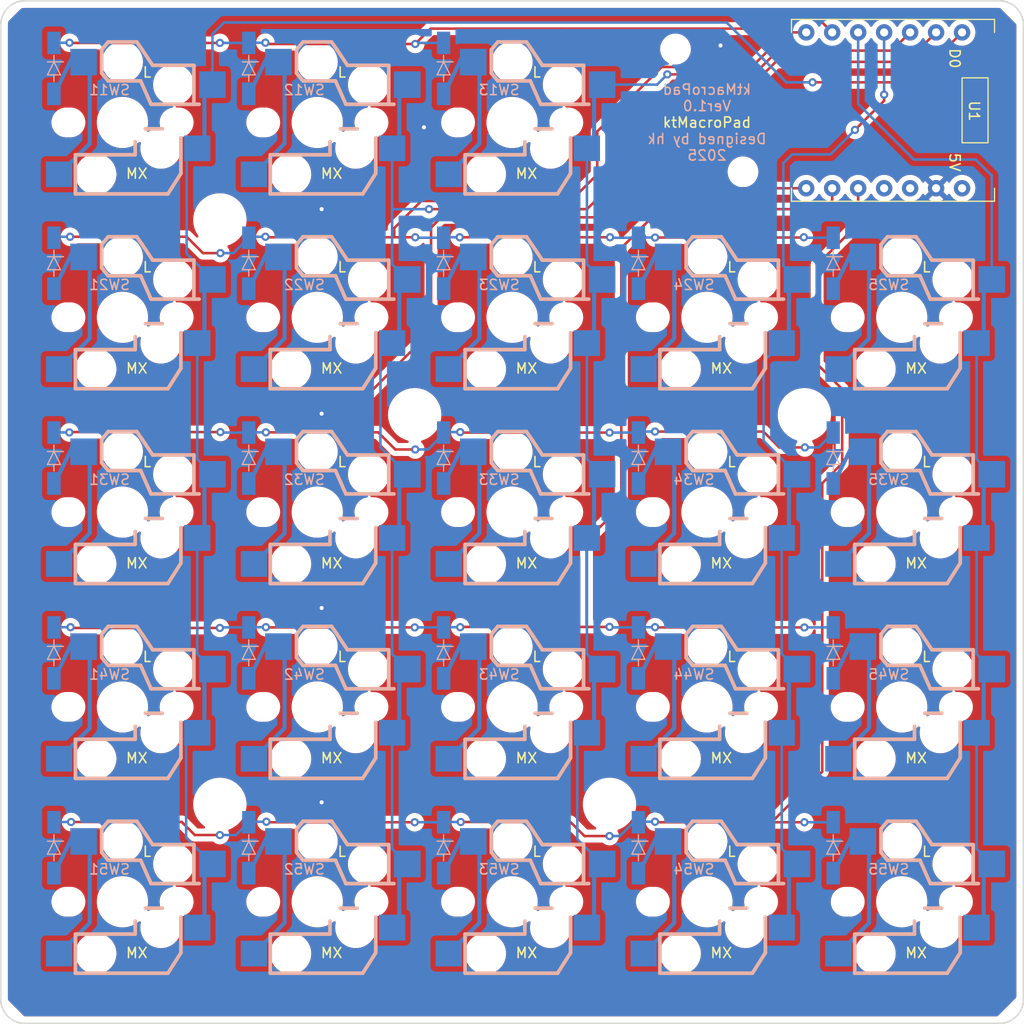
<source format=kicad_pcb>
(kicad_pcb (version 20211014) (generator pcbnew)
  (layers (0 "F.Cu" signal) (31 "B.Cu" signal) (34 "B.Paste" user) (35 "F.Paste" user) (36 "B.SilkS" user "B.Silkscreen") (37 "F.SilkS" user "F.Silkscreen") (38 "B.Mask" user) (39 "F.Mask" user) (44 "Edge.Cuts" user))
  (net 0 "")
  (net 1 "Net-(D11-Pad1)")
  (net 2 "Net-(D11-Pad2)")
  (net 3 "Net-(D12-Pad1)")
  (net 4 "Net-(D13-Pad1)")
  (net 5 "Net-(D21-Pad1)")
  (net 6 "Net-(D21-Pad2)")
  (net 7 "Net-(D22-Pad1)")
  (net 8 "Net-(D23-Pad1)")
  (net 9 "Net-(D24-Pad1)")
  (net 10 "Net-(D25-Pad1)")
  (net 11 "Net-(D31-Pad1)")
  (net 12 "Net-(D31-Pad2)")
  (net 13 "Net-(D32-Pad1)")
  (net 14 "Net-(D33-Pad1)")
  (net 15 "Net-(D34-Pad1)")
  (net 16 "Net-(D35-Pad1)")
  (net 17 "Net-(D41-Pad1)")
  (net 18 "Net-(D41-Pad2)")
  (net 19 "Net-(D42-Pad1)")
  (net 20 "Net-(D43-Pad1)")
  (net 21 "Net-(D44-Pad1)")
  (net 22 "Net-(D45-Pad1)")
  (net 23 "Net-(SW11-Pad2)")
  (net 24 "Net-(SW12-Pad2)")
  (net 25 "Net-(SW13-Pad2)")
  (net 28 "unconnected-(U1-Pad12)")
  (net 29 "Net-(D51-Pad1)")
  (net 30 "Net-(D51-Pad2)")
  (net 31 "Net-(D52-Pad1)")
  (net 32 "Net-(D53-Pad1)")
  (net 33 "Net-(D54-Pad1)")
  (net 34 "Net-(D55-Pad1)")
  (net 35 "Net-(SW24-Pad2)")
  (net 36 "Net-(SW25-Pad2)")
  (footprint "ktMacroPad:Hole_2P0" (layer "F.Cu") (at 79.725 23.875)
    (fp_text reference "REF**")
    (fp_text value "Hole_2P0")
  )
  (footprint "ktMacroPad:DI" (layer "F.Cu") (at 95.25 76.2)
    (fp_text reference "D45" hide)
    (fp_text value "DIODE")
  )
  (footprint "ktMacroPad:MX_Choc_Socket" (layer "F.Cu") (at 95.25 38.1)
    (fp_text reference "SW25")
    (fp_text value "SW_Push")
  )
  (footprint "ktMacroPad:DI" (layer "F.Cu") (at 38.1 38.1)
    (fp_text reference "D22" hide)
    (fp_text value "DIODE")
  )
  (footprint "ktMacroPad:DI" (layer "F.Cu") (at 57.15 76.2)
    (fp_text reference "D43" hide)
    (fp_text value "DIODE")
  )
  (footprint "ktMacroPad:DI" (layer "F.Cu") (at 38.1 95.25)
    (fp_text reference "D52" hide)
    (fp_text value "DIODE")
  )
  (footprint "ktMacroPad:MX_Choc_Socket" (layer "F.Cu") (at 57.15 38.1)
    (fp_text reference "SW23")
    (fp_text value "SW_Push")
  )
  (footprint "ktMacroPad:DI" (layer "F.Cu") (at 76.2 76.2)
    (fp_text reference "D44" hide)
    (fp_text value "DIODE")
  )
  (footprint "ktMacroPad:Hole_4P2" (layer "F.Cu") (at 47.625 47.625)
    (fp_text reference "REF**")
    (fp_text value "Hole_4P2")
  )
  (footprint "ktMacroPad:Hole_4P2" (layer "F.Cu") (at 28.575 85.725)
    (fp_text reference "REF**")
    (fp_text value "Hole_4P2")
  )
  (footprint "ktMacroPad:Hole_4P2" (layer "F.Cu") (at 85.725 47.625)
    (fp_text reference "REF**")
    (fp_text value "Hole_4P2")
  )
  (footprint "ktMacroPad:DI" (layer "F.Cu") (at 38.1 57.15)
    (fp_text reference "D32" hide)
    (fp_text value "DIODE")
  )
  (footprint "ktMacroPad:DI" (layer "F.Cu") (at 19.05 38.1)
    (fp_text reference "D21" hide)
    (fp_text value "DIODE")
  )
  (footprint "ktMacroPad:MX_Choc_Socket" (layer "F.Cu") (at 19.05 57.15)
    (fp_text reference "SW31")
    (fp_text value "SW_Push")
  )
  (footprint "ktMacroPad:MX_Choc_Socket" (layer "F.Cu") (at 19.05 76.2)
    (fp_text reference "SW41")
    (fp_text value "SW_Push")
  )
  (footprint "ktMacroPad:MX_Choc_Socket" (layer "F.Cu") (at 19.05 95.25)
    (fp_text reference "SW51")
    (fp_text value "SW_Push")
  )
  (footprint "ktMacroPad:MX_Choc_Socket" (layer "F.Cu") (at 19.05 19.05)
    (fp_text reference "SW11")
    (fp_text value "SW_Push")
  )
  (footprint "ktMacroPad:Hole_4P2" (layer "F.Cu") (at 28.575 28.575)
    (fp_text reference "REF**")
    (fp_text value "Hole_4P2")
  )
  (footprint "ktMacroPad:DI" (layer "F.Cu") (at 19.05 19.05)
    (fp_text reference "D11" hide)
    (fp_text value "DIODE")
  )
  (footprint "ktMacroPad:DI" (layer "F.Cu") (at 95.25 38.1)
    (fp_text reference "D25" hide)
    (fp_text value "DIODE")
  )
  (footprint "ktMacroPad:DI" (layer "F.Cu") (at 38.1 76.2)
    (fp_text reference "D42" hide)
    (fp_text value "DIODE")
  )
  (footprint "ktMacroPad:MX_Choc_Socket" (layer "F.Cu") (at 76.2 95.25)
    (fp_text reference "SW54")
    (fp_text value "SW_Push")
  )
  (footprint "ktMacroPad:Hole_4P2" (layer "F.Cu") (at 66.675 85.725)
    (fp_text reference "REF**")
    (fp_text value "Hole_4P2")
  )
  (footprint "ktMacroPad:MX_Choc_Socket" (layer "F.Cu") (at 57.15 95.25)
    (fp_text reference "SW53")
    (fp_text value "SW_Push")
  )
  (footprint "ktMacroPad:MX_Choc_Socket" (layer "F.Cu") (at 95.25 57.15)
    (fp_text reference "SW35")
    (fp_text value "SW_Push")
  )
  (footprint "ktMacroPad:Seeed xiao" (layer "F.Cu") (at 85.1825 17.8625 -90)
    (fp_text reference "U1")
    (fp_text value "SAMD21")
  )
  (footprint "ktMacroPad:MX_Choc_Socket" (layer "F.Cu") (at 38.1 19.05)
    (fp_text reference "SW12")
    (fp_text value "SW_Push")
  )
  (footprint "ktMacroPad:DI" (layer "F.Cu") (at 95.25 95.25)
    (fp_text reference "D55" hide)
    (fp_text value "DIODE")
  )
  (footprint "ktMacroPad:DI" (layer "F.Cu") (at 57.15 95.25)
    (fp_text reference "D53" hide)
    (fp_text value "DIODE")
  )
  (footprint "ktMacroPad:MX_Choc_Socket" (layer "F.Cu") (at 19.05 38.1)
    (fp_text reference "SW21")
    (fp_text value "SW_Push")
  )
  (footprint "ktMacroPad:MX_Choc_Socket" (layer "F.Cu") (at 38.1 76.2)
    (fp_text reference "SW42")
    (fp_text value "SW_Push")
  )
  (footprint "ktMacroPad:DI" (layer "F.Cu") (at 19.05 76.2)
    (fp_text reference "D41" hide)
    (fp_text value "DIODE")
  )
  (footprint "ktMacroPad:MX_Choc_Socket" (layer "F.Cu") (at 38.1 57.15)
    (fp_text reference "SW32")
    (fp_text value "SW_Push")
  )
  (footprint "ktMacroPad:DI" (layer "F.Cu") (at 57.15 38.1)
    (fp_text reference "D23" hide)
    (fp_text value "DIODE")
  )
  (footprint "ktMacroPad:MX_Choc_Socket" (layer "F.Cu") (at 57.15 19.05)
    (fp_text reference "SW13")
    (fp_text value "SW_Push")
  )
  (footprint "ktMacroPad:MX_Choc_Socket" (layer "F.Cu") (at 57.15 57.15)
    (fp_text reference "SW33")
    (fp_text value "SW_Push")
  )
  (footprint "ktMacroPad:MX_Choc_Socket" (layer "F.Cu") (at 76.2 38.1)
    (fp_text reference "SW24")
    (fp_text value "SW_Push")
  )
  (footprint "ktMacroPad:DI" (layer "F.Cu") (at 57.15 19.05)
    (fp_text reference "D13" hide)
    (fp_text value "DIODE")
  )
  (footprint "ktMacroPad:DI" (layer "F.Cu") (at 38.1 19.05)
    (fp_text reference "D12" hide)
    (fp_text value "DIODE")
  )
  (footprint "ktMacroPad:DI" (layer "F.Cu") (at 19.05 57.15)
    (fp_text reference "D31" hide)
    (fp_text value "DIODE")
  )
  (footprint "ktMacroPad:MX_Choc_Socket" (layer "F.Cu") (at 95.25 95.25)
    (fp_text reference "SW55")
    (fp_text value "SW_Push")
  )
  (footprint "ktMacroPad:DI" (layer "F.Cu") (at 57.15 57.15)
    (fp_text reference "D33" hide)
    (fp_text value "DIODE")
  )
  (footprint "ktMacroPad:MX_Choc_Socket" (layer "F.Cu") (at 38.1 38.1)
    (fp_text reference "SW22")
    (fp_text value "SW_Push")
  )
  (footprint "ktMacroPad:MX_Choc_Socket" (layer "F.Cu") (at 76.2 76.2)
    (fp_text reference "SW44")
    (fp_text value "SW_Push")
  )
  (footprint "ktMacroPad:DI" (layer "F.Cu") (at 76.2 38.1)
    (fp_text reference "D24" hide)
    (fp_text value "DIODE")
  )
  (footprint "ktMacroPad:MX_Choc_Socket" (layer "F.Cu") (at 57.15 76.2)
    (fp_text reference "SW43")
    (fp_text value "SW_Push")
  )
  (footprint "ktMacroPad:MX_Choc_Socket" (layer "F.Cu") (at 38.1 95.25)
    (fp_text reference "SW52")
    (fp_text value "SW_Push")
  )
  (footprint "ktMacroPad:DI" (layer "F.Cu") (at 19.05 95.25)
    (fp_text reference "D51" hide)
    (fp_text value "DIODE")
  )
  (footprint "ktMacroPad:DI" (layer "F.Cu") (at 76.2 95.25)
    (fp_text reference "D54" hide)
    (fp_text value "DIODE")
  )
  (footprint "ktMacroPad:DI" (layer "F.Cu") (at 95.25 57.15)
    (fp_text reference "D35" hide)
    (fp_text value "DIODE")
  )
  (footprint "ktMacroPad:MX_Choc_Socket" (layer "F.Cu") (at 76.2 57.15)
    (fp_text reference "SW34")
    (fp_text value "SW_Push")
  )
  (footprint "ktMacroPad:MX_Choc_Socket" (layer "F.Cu") (at 95.25 76.2)
    (fp_text reference "SW45")
    (fp_text value "SW_Push")
  )
  (footprint "ktMacroPad:DI" (layer "F.Cu") (at 76.2 57.15)
    (fp_text reference "D34" hide)
    (fp_text value "DIODE")
  )
  (footprint "ktMacroPad:Hole_2P0" (layer "F.Cu") (at 73.125 11.875)
    (fp_text reference "REF**")
    (fp_text value "Hole_2P0")
  )
  (gr_arc (start 107.15 104.775) (mid 106.454379 106.454379) (end 104.775 107.15) (layer "Edge.Cuts") (width 0.15))
  (gr_arc (start 104.775 7.15) (mid 106.454379 7.845621) (end 107.15 9.525) (layer "Edge.Cuts") (width 0.15))
  (gr_line (start 107.15 104.775) (end 107.15 9.525) (layer "Edge.Cuts") (width 0.15))
  (gr_line (start 7.15 9.525) (end 7.15 104.775) (layer "Edge.Cuts") (width 0.15))
  (gr_arc (start 9.525 107.15) (mid 7.845621 106.454379) (end 7.15 104.775) (layer "Edge.Cuts") (width 0.15))
  (gr_line (start 104.775 7.15) (end 9.525 7.15) (layer "Edge.Cuts") (width 0.15))
  (gr_arc (start 7.15 9.525) (mid 7.845621 7.845621) (end 9.525 7.15) (layer "Edge.Cuts") (width 0.15))
  (gr_line (start 9.525 107.15) (end 104.775 107.15) (layer "Edge.Cuts") (width 0.15))
  (gr_text "ktMacroPad\nVer1.0\n\nDesigned by hk\n2025" (at 76.2 19.05) (layer "B.SilkS") (effects (font (size 1 1)) (justify mirror)))
  (gr_text "ktMacroPad" (at 76.2 19.05) (layer "F.SilkS") (effects (font (size 1 1))))
  (segment (start 13.891927 11.275) (end 13.872461 11.255534) (width 0.25) (layer "F.Cu") (net 2))
  (segment (start 45.375 11.375) (end 33.149502 11.375) (width 0.25) (layer "F.Cu") (net 2))
  (segment (start 47.675 11.375) (end 43.725 11.375) (width 0.25) (layer "F.Cu") (net 2))
  (segment (start 82.075 8.825) (end 81.025 9.875) (width 0.25) (layer "F.Cu") (net 2))
  (segment (start 87.0275 8.825) (end 82.075 8.825) (width 0.25) (layer "F.Cu") (net 2))
  (segment (start 33.149502 11.375) (end 33.025 11.250498) (width 0.25) (layer "F.Cu") (net 2))
  (segment (start 47.675 11.375) (end 49.175 9.875) (width 0.25) (layer "F.Cu") (net 2))
  (segment (start 43.725 11.375) (end 45.375 11.375) (width 0.25) (layer "F.Cu") (net 2))
  (segment (start 28.575 11.275) (end 13.891927 11.275) (width 0.25) (layer "F.Cu") (net 2))
  (segment (start 88.445 10.2425) (end 87.0275 8.825) (width 0.25) (layer "F.Cu") (net 2))
  (segment (start 81.025 9.875) (end 62.025 9.875) (width 0.25) (layer "F.Cu") (net 2))
  (segment (start 49.175 9.875) (end 62.025 9.875) (width 0.25) (layer "F.Cu") (net 2))
  (via (at 47.675 11.375) (size 0.8) (drill 0.4) (layers "F.Cu" "B.Cu") (net 2))
  (via (at 13.872461 11.255534) (size 0.8) (drill 0.4) (layers "F.Cu" "B.Cu") (net 2))
  (via (at 28.575 11.275) (size 0.8) (drill 0.4) (layers "F.Cu" "B.Cu") (net 2))
  (via (at 33.025 11.250498) (size 0.8) (drill 0.4) (layers "F.Cu" "B.Cu") (net 2))
  (segment (start 31.421102 11.250498) (end 31.4 11.2716) (width 0.25) (layer "B.Cu") (net 2))
  (segment (start 12.366066 11.255534) (end 12.35 11.2716) (width 0.25) (layer "B.Cu") (net 2))
  (segment (start 47.7784 11.2716) (end 47.675 11.375) (width 0.25) (layer "B.Cu") (net 2))
  (segment (start 31.4 11.2716) (end 28.5784 11.2716) (width 0.25) (layer "B.Cu") (net 2))
  (segment (start 13.872461 11.255534) (end 12.366066 11.255534) (width 0.25) (layer "B.Cu") (net 2))
  (segment (start 33.025 11.250498) (end 31.421102 11.250498) (width 0.25) (layer "B.Cu") (net 2))
  (segment (start 28.5784 11.2716) (end 28.575 11.275) (width 0.25) (layer "B.Cu") (net 2))
  (segment (start 50.45 11.2716) (end 47.7784 11.2716) (width 0.25) (layer "B.Cu") (net 2))
  (segment (start 26.925 31.825) (end 26.075 30.975) (width 0.25) (layer "F.Cu") (net 6))
  (segment (start 83.100498 30.300498) (end 71.125 30.300498) (width 0.25) (layer "F.Cu") (net 6))
  (segment (start 83.9575 10.2425) (end 80.575 13.625) (width 0.25) (layer "F.Cu") (net 6))
  (segment (start 45.625 30.275) (end 33.075 30.275) (width 0.25) (layer "F.Cu") (net 6))
  (segment (start 28.625 31.825) (end 26.925 31.825) (width 0.25) (layer "F.Cu") (net 6))
  (segment (start 66.725 30.275) (end 65.475 30.275) (width 0.25) (layer "F.Cu") (net 6))
  (segment (start 48.275 26.725) (end 45.625 29.375) (width 0.25) (layer "F.Cu") (net 6))
  (segment (start 65.475 24.125) (end 62.875 26.725) (width 0.25) (layer "F.Cu") (net 6))
  (segment (start 47.675 30.275) (end 45.625 30.275) (width 0.25) (layer "F.Cu") (net 6))
  (segment (start 71.775 13.625) (end 65.475 19.925) (width 0.25) (layer "F.Cu") (net 6))
  (segment (start 85.649502 30.300498) (end 83.100498 30.300498) (width 0.25) (layer "F.Cu") (net 6))
  (segment (start 85.905 10.2425) (end 83.9575 10.2425) (width 0.25) (layer "F.Cu") (net 6))
  (segment (start 65.475 30.275) (end 52.025 30.275) (width 0.25) (layer "F.Cu") (net 6))
  (segment (start 65.475 19.925) (end 65.475 24.125) (width 0.25) (layer "F.Cu") (net 6))
  (segment (start 85.675 30.275) (end 85.649502 30.300498) (width 0.25) (layer "F.Cu") (net 6))
  (segment (start 45.625 29.375) (end 45.625 30.275) (width 0.25) (layer "F.Cu") (net 6))
  (segment (start 25.325 30.225) (end 13.925 30.225) (width 0.25) (layer "F.Cu") (net 6))
  (segment (start 80.575 13.625) (end 71.775 13.625) (width 0.25) (layer "F.Cu") (net 6))
  (segment (start 26.075 30.975) (end 25.325 30.225) (width 0.25) (layer "F.Cu") (net 6))
  (segment (start 33.075 30.275) (end 33.025 30.225) (width 0.25) (layer "F.Cu") (net 6))
  (segment (start 62.875 26.725) (end 48.275 26.725) (width 0.25) (layer "F.Cu") (net 6))
  (via (at 47.675 30.275) (size 0.8) (drill 0.4) (layers "F.Cu" "B.Cu") (net 6))
  (via (at 85.675 30.275) (size 0.8) (drill 0.4) (layers "F.Cu" "B.Cu") (net 6))
  (via (at 66.725 30.275) (size 0.8) (drill 0.4) (layers "F.Cu" "B.Cu") (net 6))
  (via (at 33.025 30.225) (size 0.8) (drill 0.4) (layers "F.Cu" "B.Cu") (net 6))
  (via (at 13.925 30.225) (size 0.8) (drill 0.4) (layers "F.Cu" "B.Cu") (net 6))
  (via (at 71.125 30.300498) (size 0.8) (drill 0.4) (layers "F.Cu" "B.Cu") (net 6))
  (via (at 28.625 31.825) (size 0.8) (drill 0.4) (layers "F.Cu" "B.Cu") (net 6))
  (via (at 52.025 30.275) (size 0.8) (drill 0.4) (layers "F.Cu" "B.Cu") (net 6))
  (segment (start 66.7716 30.3216) (end 66.725 30.275) (width 0.25) (layer "B.Cu") (net 6))
  (segment (start 69.5 30.3216) (end 66.7716 30.3216) (width 0.25) (layer "B.Cu") (net 6))
  (segment (start 13.925 30.225) (end 12.4466 30.225) (width 0.25) (layer "B.Cu") (net 6))
  (segment (start 33.025 30.225) (end 31.4966 30.225) (width 0.25) (layer "B.Cu") (net 6))
  (segment (start 85.7216 30.3216) (end 85.675 30.275) (width 0.25) (layer "B.Cu") (net 6))
  (segment (start 88.55 30.3216) (end 85.7216 30.3216) (width 0.25) (layer "B.Cu") (net 6))
  (segment (start 47.7216 30.3216) (end 47.675 30.275) (width 0.25) (layer "B.Cu") (net 6))
  (segment (start 31.4966 30.225) (end 31.4 30.3216) (width 0.25) (layer "B.Cu") (net 6))
  (segment (start 31.4 30.3216) (end 29.8966 31.825) (width 0.25) (layer "B.Cu") (net 6))
  (segment (start 50.4966 30.275) (end 50.45 30.3216) (width 0.25) (layer "B.Cu") (net 6))
  (segment (start 29.8966 31.825) (end 28.625 31.825) (width 0.25) (layer "B.Cu") (net 6))
  (segment (start 69.521102 30.300498) (end 69.5 30.3216) (width 0.25) (layer "B.Cu") (net 6))
  (segment (start 71.125 30.300498) (end 69.521102 30.300498) (width 0.25) (layer "B.Cu") (net 6))
  (segment (start 12.4466 30.225) (end 12.35 30.3216) (width 0.25) (layer "B.Cu") (net 6))
  (segment (start 52.025 30.275) (end 50.4966 30.275) (width 0.25) (layer "B.Cu") (net 6))
  (segment (start 50.45 30.3216) (end 47.7216 30.3216) (width 0.25) (layer "B.Cu") (net 6))
  (segment (start 44.050498 49.350498) (end 41.999502 49.350498) (width 0.25) (layer "F.Cu") (net 12))
  (segment (start 81.725 49.275) (end 71.125 49.275) (width 0.25) (layer "F.Cu") (net 12))
  (segment (start 42.075 46.625) (end 42.075 48.125996) (width 0.25) (layer "F.Cu") (net 12))
  (segment (start 47.675 51.025) (end 45.725 51.025) (width 0.25) (layer "F.Cu") (net 12))
  (segment (start 82.025 49.575) (end 81.725 49.275) (width 0.25) (layer "F.Cu") (net 12))
  (segment (start 65.275 49.375) (end 52.125 49.375) (width 0.25) (layer "F.Cu") (net 12))
  (segment (start 44.775 50.075) (end 44.050498 49.350498) (width 0.25) (layer "F.Cu") (net 12))
  (segment (start 49.225 39.475) (end 42.075 46.625) (width 0.25) (layer "F.Cu") (net 12))
  (segment (start 85.775 50.825) (end 83.275 50.825) (width 0.25) (layer "F.Cu") (net 12))
  (segment (start 65.74 28.325) (end 68.5825 25.4825) (width 0.25) (layer "F.Cu") (net 12))
  (segment (start 28.625 49.325) (end 13.889335 49.325) (width 0.25) (layer "F.Cu") (net 12))
  (segment (start 83.275 50.825) (end 82.025 49.575) (width 0.25) (layer "F.Cu") (net 12))
  (segment (start 49.225 29.325) (end 50.225 28.325) (width 0.25) (layer "F.Cu") (net 12))
  (segment (start 68.5825 25.4825) (end 85.905 25.4825) (width 0.25) (layer "F.Cu") (net 12))
  (segment (start 66.675 49.375) (end 65.275 49.375) (width 0.25) (layer "F.Cu") (net 12))
  (segment (start 49.225 39.475) (end 49.225 29.325) (width 0.25) (layer "F.Cu") (net 12))
  (segment (start 50.225 28.325) (end 65.74 28.325) (width 0.25) (layer "F.Cu") (net 12))
  (segment (start 45.725 51.025) (end 44.775 50.075) (width 0.25) (layer "F.Cu") (net 12))
  (segment (start 41.999502 49.350498) (end 40.850498 49.350498) (width 0.25) (layer "F.Cu") (net 12))
  (segment (start 40.850498 49.350498) (end 33.075 49.350498) (width 0.25) (layer "F.Cu") (net 12))
  (segment (start 13.889335 49.325) (end 13.8565 49.357835) (width 0.25) (layer "F.Cu") (net 12))
  (segment (start 52.125 49.375) (end 52.075 49.325) (width 0.25) (layer "F.Cu") (net 12))
  (segment (start 42.075 49.275) (end 41.999502 49.350498) (width 0.25) (layer "F.Cu") (net 12))
  (segment (start 42.075 48.125996) (end 42.075 49.275) (width 0.25) (layer "F.Cu") (net 12))
  (via (at 28.625 49.325) (size 0.8) (drill 0.4) (layers "F.Cu" "B.Cu") (net 12))
  (via (at 66.675 49.375) (size 0.8) (drill 0.4) (layers "F.Cu" "B.Cu") (net 12))
  (via (at 52.075 49.325) (size 0.8) (drill 0.4) (layers "F.Cu" "B.Cu") (net 12))
  (via (at 13.8565 49.357835) (size 0.8) (drill 0.4) (layers "F.Cu" "B.Cu") (net 12))
  (via (at 33.075 49.350498) (size 0.8) (drill 0.4) (layers "F.Cu" "B.Cu") (net 12))
  (via (at 47.675 51.025) (size 0.8) (drill 0.4) (layers "F.Cu" "B.Cu") (net 12))
  (via (at 71.125 49.275) (size 0.8) (drill 0.4) (layers "F.Cu" "B.Cu") (net 12))
  (via (at 85.775 50.825) (size 0.8) (drill 0.4) (layers "F.Cu" "B.Cu") (net 12))
  (segment (start 66.6784 49.3716) (end 66.675 49.375) (width 0.25) (layer "B.Cu") (net 12))
  (segment (start 69.5 49.3716) (end 66.6784 49.3716) (width 0.25) (layer "B.Cu") (net 12))
  (segment (start 88.55 49.3716) (end 88.55 49.4) (width 0.25) (layer "B.Cu") (net 12))
  (segment (start 50.4966 49.325) (end 50.45 49.3716) (width 0.25) (layer "B.Cu") (net 12))
  (segment (start 71.125 49.275) (end 69.5966 49.275) (width 0.25) (layer "B.Cu") (net 12))
  (segment (start 31.4 49.3716) (end 28.6716 49.3716) (width 0.25) (layer "B.Cu") (net 12))
  (segment (start 49.075 50.875) (end 48.925 51.025) (width 0.25) (layer "B.Cu") (net 12))
  (segment (start 13.8565 49.357835) (end 12.363765 49.357835) (width 0.25) (layer "B.Cu") (net 12))
  (segment (start 69.5966 49.275) (end 69.5 49.3716) (width 0.25) (layer "B.Cu") (net 12))
  (segment (start 28.6716 49.3716) (end 28.625 49.325) (width 0.25) (layer "B.Cu") (net 12))
  (segment (start 50.45 49.3716) (end 50.45 49.5) (width 0.25) (layer "B.Cu") (net 12))
  (segment (start 87.125 50.825) (end 85.775 50.825) (width 0.25) (layer "B.Cu") (net 12))
  (segment (start 50.45 49.5) (end 49.075 50.875) (width 0.25) (layer "B.Cu") (net 12))
  (segment (start 31.421102 49.350498) (end 31.4 49.3716) (width 0.25) (layer "B.Cu") (net 12))
  (segment (start 87.275 50.675) (end 87.125 50.825) (width 0.25) (layer "B.Cu") (net 12))
  (segment (start 12.363765 49.357835) (end 12.35 49.3716) (width 0.25) (layer "B.Cu") (net 12))
  (segment (start 48.925 51.025) (end 47.675 51.025) (width 0.25) (layer "B.Cu") (net 12))
  (segment (start 52.075 49.325) (end 50.4966 49.325) (width 0.25) (layer "B.Cu") (net 12))
  (segment (start 88.55 49.4) (end 87.275 50.675) (width 0.25) (layer "B.Cu") (net 12))
  (segment (start 33.075 49.350498) (end 31.421102 49.350498) (width 0.25) (layer "B.Cu") (net 12))
  (segment (start 87.705 27.405) (end 87.585 27.525) (width 0.25) (layer "F.Cu") (net 18))
  (segment (start 71.149502 68.425) (end 71.125 68.400498) (width 0.25) (layer "F.Cu") (net 18))
  (segment (start 64.425 59.925) (end 64.425 68.375) (width 0.25) (layer "F.Cu") (net 18))
  (segment (start 64.425 68.375) (end 52.100498 68.375) (width 0.25) (layer "F.Cu") (net 18))
  (segment (start 88.445 26.665) (end 87.705 27.405) (width 0.25) (layer "F.Cu") (net 18))
  (segment (start 66.675 68.375) (end 64.425 68.375) (width 0.25) (layer "F.Cu") (net 18))
  (segment (start 52.100498 68.375) (end 52.075 68.400498) (width 0.25) (layer "F.Cu") (net 18))
  (segment (start 71.625 27.525) (end 67.825 31.325) (width 0.25) (layer "F.Cu") (net 18))
  (segment (start 88.445 25.4825) (end 88.445 26.665) (width 0.25) (layer "F.Cu") (net 18))
  (segment (start 28.575 68.475) (end 14.049502 68.475) (width 0.25) (layer "F.Cu") (net 18))
  (segment (start 85.725 68.425) (end 71.149502 68.425) (width 0.25) (layer "F.Cu") (net 18))
  (segment (start 47.625 68.425) (end 33.099502 68.425) (width 0.25) (layer "F.Cu") (net 18))
  (segment (start 33.099502 68.425) (end 33.075 68.400498) (width 0.25) (layer "F.Cu") (net 18))
  (segment (start 67.825 56.525) (end 64.425 59.925) (width 0.25) (layer "F.Cu") (net 18))
  (segment (start 14.049502 68.475) (end 13.975 68.400498) (width 0.25) (layer "F.Cu") (net 18))
  (segment (start 67.825 31.325) (end 67.825 56.525) (width 0.25) (layer "F.Cu") (net 18))
  (segment (start 87.585 27.525) (end 71.625 27.525) (width 0.25) (layer "F.Cu") (net 18))
  (via (at 85.725 68.425) (size 0.8) (drill 0.4) (layers "F.Cu" "B.Cu") (net 18))
  (via (at 33.075 68.400498) (size 0.8) (drill 0.4) (layers "F.Cu" "B.Cu") (net 18))
  (via (at 71.125 68.400498) (size 0.8) (drill 0.4) (layers "F.Cu" "B.Cu") (net 18))
  (via (at 28.575 68.475) (size 0.8) (drill 0.4) (layers "F.Cu" "B.Cu") (net 18))
  (via (at 66.675 68.375) (size 0.8) (drill 0.4) (layers "F.Cu" "B.Cu") (net 18))
  (via (at 47.625 68.425) (size 0.8) (drill 0.4) (layers "F.Cu" "B.Cu") (net 18))
  (via (at 52.075 68.400498) (size 0.8) (drill 0.4) (layers "F.Cu" "B.Cu") (net 18))
  (via (at 13.975 68.400498) (size 0.8) (drill 0.4) (layers "F.Cu" "B.Cu") (net 18))
  (segment (start 31.4 68.4216) (end 28.6284 68.4216) (width 0.25) (layer "B.Cu") (net 18))
  (segment (start 71.125 68.400498) (end 69.521102 68.400498) (width 0.25) (layer "B.Cu") (net 18))
  (segment (start 85.7284 68.4216) (end 85.725 68.425) (width 0.25) (layer "B.Cu") (net 18))
  (segment (start 50.471102 68.400498) (end 50.45 68.4216) (width 0.25) (layer "B.Cu") (net 18))
  (segment (start 52.075 68.400498) (end 50.471102 68.400498) (width 0.25) (layer "B.Cu") (net 18))
  (segment (start 33.075 68.400498) (end 31.421102 68.400498) (width 0.25) (layer "B.Cu") (net 18))
  (segment (start 50.45 68.4216) (end 47.6284 68.4216) (width 0.25) (layer "B.Cu") (net 18))
  (segment (start 28.6284 68.4216) (end 28.575 68.475) (width 0.25) (layer "B.Cu") (net 18))
  (segment (start 13.975 68.400498) (end 12.371102 68.400498) (width 0.25) (layer "B.Cu") (net 18))
  (segment (start 69.521102 68.400498) (end 69.5 68.4216) (width 0.25) (layer "B.Cu") (net 18))
  (segment (start 31.421102 68.400498) (end 31.4 68.4216) (width 0.25) (layer "B.Cu") (net 18))
  (segment (start 66.7216 68.4216) (end 66.675 68.375) (width 0.25) (layer "B.Cu") (net 18))
  (segment (start 88.55 68.4216) (end 85.7284 68.4216) (width 0.25) (layer "B.Cu") (net 18))
  (segment (start 69.5 68.4216) (end 66.7216 68.4216) (width 0.25) (layer "B.Cu") (net 18))
  (segment (start 47.6284 68.4216) (end 47.625 68.425) (width 0.25) (layer "B.Cu") (net 18))
  (segment (start 12.371102 68.400498) (end 12.35 68.4216) (width 0.25) (layer "B.Cu") (net 18))
  (segment (start 93.925 15.125) (end 86.525 15.125) (width 0.25) (layer "F.Cu") (net 23))
  (segment (start 96.2625 15.125) (end 93.925 15.125) (width 0.25) (layer "F.Cu") (net 23))
  (segment (start 101.145 10.2425) (end 96.2625 15.125) (width 0.25) (layer "F.Cu") (net 23))
  (via (at 86.525 15.125) (size 0.8) (drill 0.4) (layers "F.Cu" "B.Cu") (net 23))
  (segment (start 26.3652 59.675) (end 26.3652 71.0152) (width 0.25) (layer "B.Cu") (net 23))
  (segment (start 25.275 88.975) (end 27.85 91.55) (width 0.25) (layer "B.Cu") (net 23))
  (segment (start 28.975 9.275) (end 78.125 9.275) (width 0.25) (layer "B.Cu") (net 23))
  (segment (start 26.3652 51.9652) (end 27.85 53.45) (width 0.25) (layer "B.Cu") (net 23))
  (segment (start 26.3652 40.625) (end 26.3652 51.9652) (width 0.25) (layer "B.Cu") (net 23))
  (segment (start 86.525 15.125) (end 83.975 15.125) (width 0.25) (layer "B.Cu") (net 23))
  (segment (start 25.325 22.6152) (end 25.325 31.875) (width 0.25) (layer "B.Cu") (net 23))
  (segment (start 25.275 79.8152) (end 25.275 88.975) (width 0.25) (layer "B.Cu") (net 23))
  (segment (start 78.125 9.275) (end 83.975 15.125) (width 0.25) (layer "B.Cu") (net 23))
  (segment (start 26.3652 78.725) (end 25.275 79.8152) (width 0.25) (layer "B.Cu") (net 23))
  (segment (start 26.3652 21.575) (end 25.325 22.6152) (width 0.25) (layer "B.Cu") (net 23))
  (segment (start 27.85 10.45) (end 27.825 10.425) (width 0.25) (layer "B.Cu") (net 23))
  (segment (start 26.3652 71.0152) (end 27.85 72.5) (width 0.25) (layer "B.Cu") (net 23))
  (segment (start 27.825 10.425) (end 28.975 9.275) (width 0.25) (layer "B.Cu") (net 23))
  (segment (start 25.325 31.875) (end 27.85 34.4) (width 0.25) (layer "B.Cu") (net 23))
  (segment (start 27.85 15.35) (end 27.85 10.45) (width 0.25) (layer "B.Cu") (net 23))
  (segment (start 49.025 27.525) (end 64.475 27.525) (width 0.25) (layer "F.Cu") (net 24))
  (segment (start 64.475 27.525) (end 66.625 25.375) (width 0.25) (layer "F.Cu") (net 24))
  (segment (start 72.875 14.975) (end 81.075 14.975) (width 0.25) (layer "F.Cu") (net 24))
  (segment (start 82.925 13.125) (end 95.7225 13.125) (width 0.25) (layer "F.Cu") (net 24))
  (segment (start 95.7225 13.125) (end 98.605 10.2425) (width 0.25) (layer "F.Cu") (net 24))
  (segment (start 81.075 14.975) (end 82.925 13.125) (width 0.25) (layer "F.Cu") (net 24))
  (segment (start 66.625 21.225) (end 72.875 14.975) (width 0.25) (layer "F.Cu") (net 24))
  (segment (start 66.625 25.375) (end 66.625 21.225) (width 0.25) (layer "F.Cu") (net 24))
  (via (at 49.025 27.525) (size 0.8) (drill 0.4) (layers "F.Cu" "B.Cu") (net 24))
  (segment (start 44.275 41.7652) (end 44.275 50.825) (width 0.25) (layer "B.Cu") (net 24))
  (segment (start 45.4152 78.725) (end 45.4152 90.0652) (width 0.25) (layer "B.Cu") (net 24))
  (segment (start 45.4152 21.575) (end 45.4152 27.6848) (width 0.25) (layer "B.Cu") (net 24))
  (segment (start 49.025 27.525) (end 45.575 27.525) (width 0.25) (layer "B.Cu") (net 24))
  (segment (start 45.4152 90.0652) (end 46.9 91.55) (width 0.25) (layer "B.Cu") (net 24))
  (segment (start 45.575 27.525) (end 45.4152 27.6848) (width 0.25) (layer "B.Cu") (net 24))
  (segment (start 45.4152 32.9152) (end 46.9 34.4) (width 0.25) (layer "B.Cu") (net 24))
  (segment (start 45.4152 71.0152) (end 46.9 72.5) (width 0.25) (layer "B.Cu") (net 24))
  (segment (start 45.4152 59.675) (end 45.4152 71.0152) (width 0.25) (layer "B.Cu") (net 24))
  (segment (start 45.4152 27.6848) (end 45.4152 32.9152) (width 0.25) (layer "B.Cu") (net 24))
  (segment (start 45.4152 40.625) (end 44.275 41.7652) (width 0.25) (layer "B.Cu") (net 24))
  (segment (start 44.275 50.825) (end 46.9 53.45) (width 0.25) (layer "B.Cu") (net 24))
  (segment (start 80.875 14.275) (end 80.8005 14.3495) (width 0.25) (layer "F.Cu") (net 25))
  (segment (start 80.8005 14.3495) (end 72.325 14.3495) (width 0.25) (layer "F.Cu") (net 25))
  (segment (start 94.2825 12.025) (end 93.625 12.025) (width 0.25) (layer "F.Cu") (net 25))
  (segment (start 96.065 10.2425) (end 94.2825 12.025) (width 0.25) (layer "F.Cu") (net 25))
  (segment (start 93.625 12.025) (end 83.125 12.025) (width 0.25) (layer "F.Cu") (net 25))
  (segment (start 83.125 12.025) (end 80.875 14.275) (width 0.25) (layer "F.Cu") (net 25))
  (via (at 72.325 14.3495) (size 0.8) (drill 0.4) (layers "F.Cu" "B.Cu") (net 25))
  (segment (start 64.4652 78.725) (end 63.525 79.6652) (width 0.25) (layer "B.Cu") (net 25))
  (segment (start 63.525 79.6652) (end 63.525 89.125) (width 0.25) (layer "B.Cu") (net 25))
  (segment (start 64.4652 71.0152) (end 65.95 72.5) (width 0.25) (layer "B.Cu") (net 25))
  (segment (start 72.325 14.3495) (end 71.3245 15.35) (width 0.25) (layer "B.Cu") (net 25))
  (segment (start 64.4652 21.575) (end 64.4652 32.9152) (width 0.25) (layer "B.Cu") (net 25))
  (segment (start 64.4652 32.9152) (end 65.95 34.4) (width 0.25) (layer "B.Cu") (net 25))
  (segment (start 63.525 89.125) (end 65.95 91.55) (width 0.25) (layer "B.Cu") (net 25))
  (segment (start 64.4652 40.625) (end 64.4652 51.9652) (width 0.25) (layer "B.Cu") (net 25))
  (segment (start 64.4652 59.675) (end 64.4652 71.0152) (width 0.25) (layer "B.Cu") (net 25))
  (segment (start 71.3245 15.35) (end 65.95 15.35) (width 0.25) (layer "B.Cu") (net 25))
  (segment (start 64.4652 51.9652) (end 65.95 53.45) (width 0.25) (layer "B.Cu") (net 25))
  (via (at 38.525 27.525) (size 0.8) (drill 0.4) (layers "F.Cu" "B.Cu") (net 28))
  (via (at 38.525 85.525) (size 0.8) (drill 0.4) (layers "F.Cu" "B.Cu") (net 28))
  (via (at 38.525 47.525) (size 0.8) (drill 0.4) (layers "F.Cu" "B.Cu") (net 28))
  (via (at 38.525 66.525) (size 0.8) (drill 0.4) (layers "F.Cu" "B.Cu") (net 28))
  (via (at 77.525 11.525) (size 0.8) (drill 0.4) (layers "F.Cu" "B.Cu") (net 28))
  (via (at 48.525 19.525) (size 0.8) (drill 0.4) (layers "F.Cu" "B.Cu") (net 28))
  (segment (start 85.725 87.475) (end 82.525 87.475) (width 0.25) (layer "F.Cu") (net 30))
  (segment (start 86.975 32.975) (end 86.975 42.675) (width 0.25) (layer "F.Cu") (net 30))
  (segment (start 24.975 87.575) (end 24.850498 87.450498) (width 0.25) (layer "F.Cu") (net 30))
  (segment (start 62.850498 87.450498) (end 52.125 87.450498) (width 0.25) (layer "F.Cu") (net 30))
  (segment (start 89.425 45.125) (end 89.425 52.375) (width 0.25) (layer "F.Cu") (net 30))
  (segment (start 87.475 82.525) (end 82.525 87.475) (width 0.25) (layer "F.Cu") (net 30))
  (segment (start 47.625 87.475) (end 33.175 87.475) (width 0.25) (layer "F.Cu") (net 30))
  (segment (start 28.575 88.725) (end 26.125 88.725) (width 0.25) (layer "F.Cu") (net 30))
  (segment (start 90.985 25.4825) (end 90.985 28.965) (width 0.25) (layer "F.Cu") (net 30))
  (segment (start 64.225 88.825) (end 63.025 87.625) (width 0.25) (layer "F.Cu") (net 30))
  (segment (start 86.975 42.675) (end 89.425 45.125) (width 0.25) (layer "F.Cu") (net 30))
  (segment (start 90.825 29.125) (end 86.975 32.975) (width 0.25) (layer "F.Cu") (net 30))
  (segment (start 33.175 87.475) (end 33.125 87.425) (width 0.25) (layer "F.Cu") (net 30))
  (segment (start 89.425 52.375) (end 87.475 54.325) (width 0.25) (layer "F.Cu") (net 30))
  (segment (start 24.850498 87.450498) (end 14.025 87.450498) (width 0.25) (layer "F.Cu") (net 30))
  (segment (start 63.025 87.625) (end 62.850498 87.450498) (width 0.25) (layer "F.Cu") (net 30))
  (segment (start 87.475 54.325) (end 87.475 82.525) (width 0.25) (layer "F.Cu") (net 30))
  (segment (start 66.675 88.825) (end 64.225 88.825) (width 0.25) (layer "F.Cu") (net 30))
  (segment (start 26.125 88.725) (end 24.975 87.575) (width 0.25) (layer "F.Cu") (net 30))
  (segment (start 82.525 87.475) (end 71.175 87.475) (width 0.25) (layer "F.Cu") (net 30))
  (segment (start 90.985 28.965) (end 90.825 29.125) (width 0.25) (layer "F.Cu") (net 30))
  (segment (start 71.175 87.475) (end 71.125 87.425) (width 0.25) (layer "F.Cu") (net 30))
  (via (at 71.125 87.425) (size 0.8) (drill 0.4) (layers "F.Cu" "B.Cu") (net 30))
  (via (at 33.125 87.425) (size 0.8) (drill 0.4) (layers "F.Cu" "B.Cu") (net 30))
  (via (at 85.725 87.475) (size 0.8) (drill 0.4) (layers "F.Cu" "B.Cu") (net 30))
  (via (at 47.625 87.475) (size 0.8) (drill 0.4) (layers "F.Cu" "B.Cu") (net 30))
  (via (at 66.675 88.825) (size 0.8) (drill 0.4) (layers "F.Cu" "B.Cu") (net 30))
  (via (at 28.575 88.725) (size 0.8) (drill 0.4) (layers "F.Cu" "B.Cu") (net 30))
  (via (at 52.125 87.450498) (size 0.8) (drill 0.4) (layers "F.Cu" "B.Cu") (net 30))
  (via (at 14.025 87.450498) (size 0.8) (drill 0.4) (layers "F.Cu" "B.Cu") (net 30))
  (segment (start 88.55 87.4716) (end 85.7284 87.4716) (width 0.25) (layer "B.Cu") (net 30))
  (segment (start 71.125 87.425) (end 69.5466 87.425) (width 0.25) (layer "B.Cu") (net 30))
  (segment (start 67.675 88.825) (end 66.675 88.825) (width 0.25) (layer "B.Cu") (net 30))
  (segment (start 47.6284 87.4716) (end 47.625 87.475) (width 0.25) (layer "B.Cu") (net 30))
  (segment (start 69.5466 87.425) (end 69.5 87.4716) (width 0.25) (layer "B.Cu") (net 30))
  (segment (start 12.371102 87.450498) (end 12.35 87.4716) (width 0.25) (layer "B.Cu") (net 30))
  (segment (start 52.125 87.450498) (end 50.471102 87.450498) (width 0.25) (layer "B.Cu") (net 30))
  (segment (start 50.471102 87.450498) (end 50.45 87.4716) (width 0.25) (layer "B.Cu") (net 30))
  (segment (start 50.45 87.4716) (end 47.6284 87.4716) (width 0.25) (layer "B.Cu") (net 30))
  (segment (start 33.125 87.425) (end 31.4466 87.425) (width 0.25) (layer "B.Cu") (net 30))
  (segment (start 68.025 88.475) (end 67.675 88.825) (width 0.25) (layer "B.Cu") (net 30))
  (segment (start 69.0284 87.4716) (end 68.025 88.475) (width 0.25) (layer "B.Cu") (net 30))
  (segment (start 69.5 87.4716) (end 69.0284 87.4716) (width 0.25) (layer "B.Cu") (net 30))
  (segment (start 31.4466 87.425) (end 31.4 87.4716) (width 0.25) (layer "B.Cu") (net 30))
  (segment (start 30.1466 88.725) (end 28.575 88.725) (width 0.25) (layer "B.Cu") (net 30))
  (segment (start 85.7284 87.4716) (end 85.725 87.475) (width 0.25) (layer "B.Cu") (net 30))
  (segment (start 14.025 87.450498) (end 12.371102 87.450498) (width 0.25) (layer "B.Cu") (net 30))
  (segment (start 31.4 87.4716) (end 30.1466 88.725) (width 0.25) (layer "B.Cu") (net 30))
  (segment (start 93.525 16.925) (end 93.525 16.325) (width 0.25) (layer "F.Cu") (net 35))
  (segment (start 90.675 19.775) (end 93.525 16.925) (width 0.25) (layer "F.Cu") (net 35))
  (via (at 90.675 19.775) (size 0.8) (drill 0.4) (layers "F.Cu" "B.Cu") (net 35))
  (via (at 93.525 16.325) (size 0.8) (drill 0.4) (layers "F.Cu" "B.Cu") (net 35))
  (segment (start 83.675 33.075) (end 85 34.4) (width 0.25) (layer "B.Cu") (net 35))
  (segment (start 83.5152 78.725) (end 83.5152 90.0652) (width 0.25) (layer "B.Cu") (net 35))
  (segment (start 83.5152 40.625) (end 81.740199 42.400001) (width 0.25) (layer "B.Cu") (net 35))
  (segment (start 84.525 22.175) (end 83.675 23.025) (width 0.25) (layer "B.Cu") (net 35))
  (segment (start 83.5152 90.0652) (end 85 91.55) (width 0.25) (layer "B.Cu") (net 35))
  (segment (start 83.675 23.025) (end 83.675 33.075) (width 0.25) (layer "B.Cu") (net 35))
  (segment (start 88.275 22.175) (end 84.525 22.175) (width 0.25) (layer "B.Cu") (net 35))
  (segment (start 83.5152 71.0152) (end 85 72.5) (width 0.25) (layer "B.Cu") (net 35))
  (segment (start 90.675 19.775) (end 88.275 22.175) (width 0.25) (layer "B.Cu") (net 35))
  (segment (start 81.740199 42.400001) (end 81.740199 50.190199) (width 0.25) (layer "B.Cu") (net 35))
  (segment (start 83.5152 59.675) (end 83.5152 71.0152) (width 0.25) (layer "B.Cu") (net 35))
  (segment (start 81.740199 50.190199) (end 85 53.45) (width 0.25) (layer "B.Cu") (net 35))
  (segment (start 93.525 16.325) (end 93.525 10.2425) (width 0.25) (layer "B.Cu") (net 35))
  (segment (start 90.985 10.2425) (end 90.985 17.235) (width 0.25) (layer "B.Cu") (net 36))
  (segment (start 102.5652 40.625) (end 102.5652 51.9652) (width 0.25) (layer "B.Cu") (net 36))
  (segment (start 102.5652 71.0152) (end 104.05 72.5) (width 0.25) (layer "B.Cu") (net 36))
  (segment (start 102.5652 51.9652) (end 104.05 53.45) (width 0.25) (layer "B.Cu") (net 36))
  (segment (start 102.5652 78.725) (end 102.5652 90.0652) (width 0.25) (layer "B.Cu") (net 36))
  (segment (start 104.05 24.25) (end 104.05 34.4) (width 0.25) (layer "B.Cu") (net 36))
  (segment (start 96.425 22.675) (end 102.475 22.675) (width 0.25) (layer "B.Cu") (net 36))
  (segment (start 90.985 17.235) (end 96.425 22.675) (width 0.25) (layer "B.Cu") (net 36))
  (segment (start 102.5652 59.675) (end 102.5652 71.0152) (width 0.25) (layer "B.Cu") (net 36))
  (segment (start 102.5652 90.0652) (end 104.05 91.55) (width 0.25) (layer "B.Cu") (net 36))
  (segment (start 102.475 22.675) (end 104.05 24.25) (width 0.25) (layer "B.Cu") (net 36))
  (zone (net 28) (net_name "unconnected-(U1-Pad12)") (layers F&B.Cu) (connect_pads (clearance 0.508)) (min_thickness 0.254) (fill yes (thermal_gap 0.508) (thermal_bridge_width 0.508))
    (polygon (pts (xy 106.525 9.525) (xy 106.525 104.525) (xy 104.525 106.525) (xy 9.525 106.525) (xy 7.525 104.525) (xy 7.525 9.525) (xy 9.525 7.525) (xy 104.525 7.525)))
  )
)
</source>
